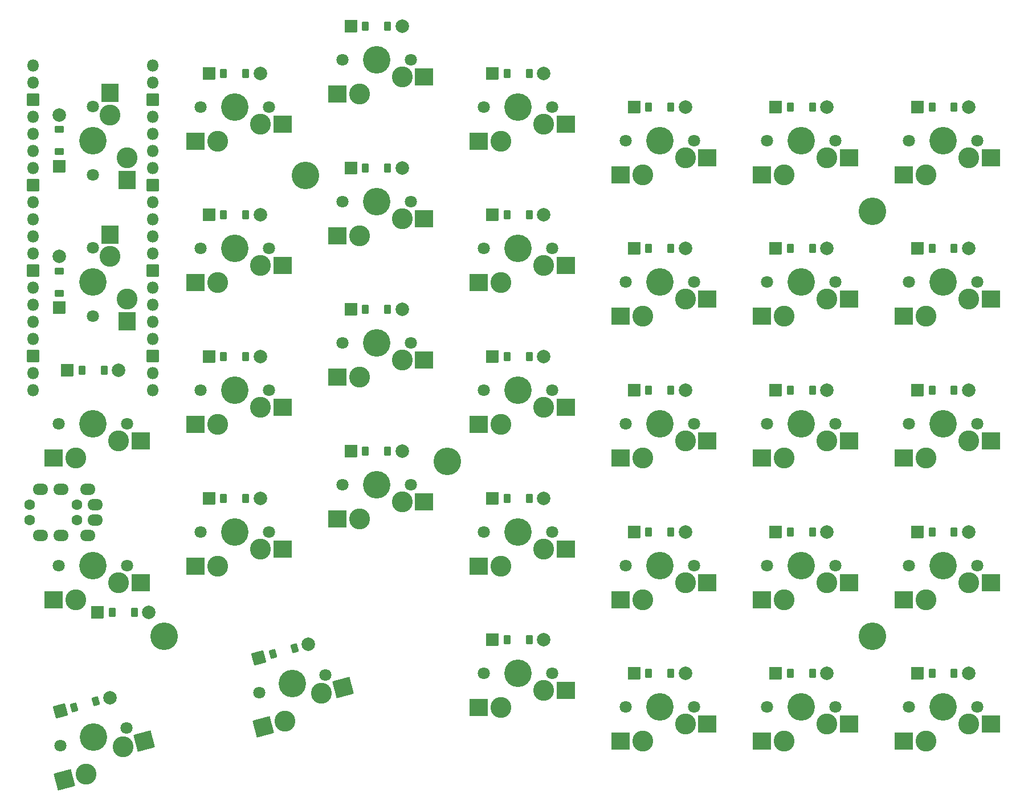
<source format=gbr>
%TF.GenerationSoftware,KiCad,Pcbnew,9.0.3-1.fc42*%
%TF.CreationDate,2025-08-09T15:11:44+02:00*%
%TF.ProjectId,right_traced,72696768-745f-4747-9261-6365642e6b69,v1.0.0*%
%TF.SameCoordinates,Original*%
%TF.FileFunction,Soldermask,Bot*%
%TF.FilePolarity,Negative*%
%FSLAX46Y46*%
G04 Gerber Fmt 4.6, Leading zero omitted, Abs format (unit mm)*
G04 Created by KiCad (PCBNEW 9.0.3-1.fc42) date 2025-08-09 15:11:44*
%MOMM*%
%LPD*%
G01*
G04 APERTURE LIST*
G04 Aperture macros list*
%AMRoundRect*
0 Rectangle with rounded corners*
0 $1 Rounding radius*
0 $2 $3 $4 $5 $6 $7 $8 $9 X,Y pos of 4 corners*
0 Add a 4 corners polygon primitive as box body*
4,1,4,$2,$3,$4,$5,$6,$7,$8,$9,$2,$3,0*
0 Add four circle primitives for the rounded corners*
1,1,$1+$1,$2,$3*
1,1,$1+$1,$4,$5*
1,1,$1+$1,$6,$7*
1,1,$1+$1,$8,$9*
0 Add four rect primitives between the rounded corners*
20,1,$1+$1,$2,$3,$4,$5,0*
20,1,$1+$1,$4,$5,$6,$7,0*
20,1,$1+$1,$6,$7,$8,$9,0*
20,1,$1+$1,$8,$9,$2,$3,0*%
G04 Aperture macros list end*
%ADD10C,1.801800*%
%ADD11C,3.100000*%
%ADD12C,4.087800*%
%ADD13RoundRect,0.050000X1.275000X1.250000X-1.275000X1.250000X-1.275000X-1.250000X1.275000X-1.250000X0*%
%ADD14RoundRect,0.050000X-0.889000X-0.889000X0.889000X-0.889000X0.889000X0.889000X-0.889000X0.889000X0*%
%ADD15RoundRect,0.050000X-0.450000X-0.600000X0.450000X-0.600000X0.450000X0.600000X-0.450000X0.600000X0*%
%ADD16C,2.005000*%
%ADD17RoundRect,0.050000X-0.628618X-1.088798X1.088798X-0.628618X0.628618X1.088798X-1.088798X0.628618X0*%
%ADD18RoundRect,0.050000X-0.279375X-0.696024X0.589958X-0.463087X0.279375X0.696024X-0.589958X0.463087X0*%
%ADD19RoundRect,0.050000X0.908032X1.537402X-1.555079X0.877413X-0.908032X-1.537402X1.555079X-0.877413X0*%
%ADD20C,1.600000*%
%ADD21O,2.300000X1.700000*%
%ADD22RoundRect,0.050000X0.889000X-0.889000X0.889000X0.889000X-0.889000X0.889000X-0.889000X-0.889000X0*%
%ADD23RoundRect,0.050000X0.600000X-0.450000X0.600000X0.450000X-0.600000X0.450000X-0.600000X-0.450000X0*%
%ADD24C,4.100000*%
%ADD25RoundRect,0.050000X-1.250000X1.275000X-1.250000X-1.275000X1.250000X-1.275000X1.250000X1.275000X0*%
%ADD26O,1.800000X1.800000*%
%ADD27RoundRect,0.050000X-0.850000X-0.850000X0.850000X-0.850000X0.850000X0.850000X-0.850000X0.850000X0*%
G04 APERTURE END LIST*
D10*
%TO.C,S18*%
X339280000Y-157900000D03*
D11*
X338010000Y-160440000D03*
D12*
X334200000Y-157900000D03*
D11*
X331660000Y-162980000D03*
D10*
X329120000Y-157900000D03*
D13*
X341285000Y-160440000D03*
X328358000Y-162980000D03*
%TD*%
D14*
%TO.C,D26*%
X372490000Y-152900000D03*
D15*
X374650000Y-152900000D03*
X377950000Y-152900000D03*
D16*
X380110000Y-152900000D03*
%TD*%
D10*
%TO.C,S27*%
X381380000Y-178950000D03*
D11*
X380110000Y-181490000D03*
D12*
X376300000Y-178950000D03*
D11*
X373760000Y-184030000D03*
D10*
X371220000Y-178950000D03*
D13*
X383385000Y-181490000D03*
X370458000Y-184030000D03*
%TD*%
D14*
%TO.C,D27*%
X372490000Y-131850000D03*
D15*
X374650000Y-131850000D03*
X377950000Y-131850000D03*
D16*
X380110000Y-131850000D03*
%TD*%
D17*
%TO.C,D29*%
X245120728Y-200586473D03*
D18*
X247207127Y-200027421D03*
X250394683Y-199173321D03*
D16*
X252481082Y-198614269D03*
%TD*%
D14*
%TO.C,D23*%
X351440000Y-110800000D03*
D15*
X353600000Y-110800000D03*
X356900000Y-110800000D03*
D16*
X359060000Y-110800000D03*
%TD*%
D14*
%TO.C,D4*%
X267240000Y-105800000D03*
D15*
X269400000Y-105800000D03*
X272700000Y-105800000D03*
D16*
X274860000Y-105800000D03*
%TD*%
D10*
%TO.C,S31*%
X255001903Y-203115199D03*
D11*
X254432578Y-205897351D03*
D12*
X250095000Y-204430000D03*
D11*
X248956349Y-209994304D03*
D10*
X245188097Y-205744801D03*
D19*
X257595985Y-205049719D03*
X245766862Y-210848924D03*
%TD*%
D14*
%TO.C,D1*%
X267240000Y-168950000D03*
D15*
X269400000Y-168950000D03*
X272700000Y-168950000D03*
D16*
X274860000Y-168950000D03*
%TD*%
D14*
%TO.C,D19*%
X351440000Y-195000000D03*
D15*
X353600000Y-195000000D03*
X356900000Y-195000000D03*
D16*
X359060000Y-195000000D03*
%TD*%
D10*
%TO.C,S24*%
X360330000Y-136850000D03*
D11*
X359060000Y-139390000D03*
D12*
X355250000Y-136850000D03*
D11*
X352710000Y-141930000D03*
D10*
X350170000Y-136850000D03*
D13*
X362335000Y-139390000D03*
X349408000Y-141930000D03*
%TD*%
D10*
%TO.C,S2*%
X255080000Y-157900000D03*
D11*
X253810000Y-160440000D03*
D12*
X250000000Y-157900000D03*
D11*
X247460000Y-162980000D03*
D10*
X244920000Y-157900000D03*
D13*
X257085000Y-160440000D03*
X244158000Y-162980000D03*
%TD*%
D10*
%TO.C,S1*%
X255080000Y-178950000D03*
D11*
X253810000Y-181490000D03*
D12*
X250000000Y-178950000D03*
D11*
X247460000Y-184030000D03*
D10*
X244920000Y-178950000D03*
D13*
X257085000Y-181490000D03*
X244158000Y-184030000D03*
%TD*%
D10*
%TO.C,S17*%
X339280000Y-178950000D03*
D11*
X338010000Y-181490000D03*
D12*
X334200000Y-178950000D03*
D11*
X331660000Y-184030000D03*
D10*
X329120000Y-178950000D03*
D13*
X341285000Y-181490000D03*
X328358000Y-184030000D03*
%TD*%
D10*
%TO.C,S25*%
X360330000Y-115800000D03*
D11*
X359060000Y-118340000D03*
D12*
X355250000Y-115800000D03*
D11*
X352710000Y-120880000D03*
D10*
X350170000Y-115800000D03*
D13*
X362335000Y-118340000D03*
X349408000Y-120880000D03*
%TD*%
D20*
%TO.C,TRRS1*%
X240600000Y-172200000D03*
X247600000Y-172200000D03*
X240600000Y-169900000D03*
X247600000Y-169900000D03*
D21*
X250300000Y-172200000D03*
X250300000Y-169900000D03*
X249200000Y-174500000D03*
X249200000Y-167600000D03*
X245200000Y-174500000D03*
X245200000Y-167600000D03*
X242200000Y-174500000D03*
X242200000Y-167600000D03*
%TD*%
D10*
%TO.C,S32*%
X284535085Y-195201807D03*
D11*
X283965760Y-197983959D03*
D12*
X279628182Y-196516608D03*
D11*
X278489531Y-202080912D03*
D10*
X274721279Y-197831409D03*
D19*
X287129167Y-197136327D03*
X275300044Y-202935532D03*
%TD*%
D10*
%TO.C,S12*%
X318230000Y-173950000D03*
D11*
X316960000Y-176490000D03*
D12*
X313150000Y-173950000D03*
D11*
X310610000Y-179030000D03*
D10*
X308070000Y-173950000D03*
D13*
X320235000Y-176490000D03*
X307308000Y-179030000D03*
%TD*%
D10*
%TO.C,S9*%
X297180000Y-124850000D03*
D11*
X295910000Y-127390000D03*
D12*
X292100000Y-124850000D03*
D11*
X289560000Y-129930000D03*
D10*
X287020000Y-124850000D03*
D13*
X299185000Y-127390000D03*
X286258000Y-129930000D03*
%TD*%
D14*
%TO.C,D11*%
X309340000Y-147900000D03*
D15*
X311500000Y-147900000D03*
X314800000Y-147900000D03*
D16*
X316960000Y-147900000D03*
%TD*%
D22*
%TO.C,D32*%
X245000000Y-119610000D03*
D23*
X245000000Y-117450000D03*
X245000000Y-114150000D03*
D16*
X245000000Y-111990000D03*
%TD*%
D10*
%TO.C,S8*%
X297180000Y-145900000D03*
D11*
X295910000Y-148440000D03*
D12*
X292100000Y-145900000D03*
D11*
X289560000Y-150980000D03*
D10*
X287020000Y-145900000D03*
D13*
X299185000Y-148440000D03*
X286258000Y-150980000D03*
%TD*%
D14*
%TO.C,D5*%
X288290000Y-161950000D03*
D15*
X290450000Y-161950000D03*
X293750000Y-161950000D03*
D16*
X295910000Y-161950000D03*
%TD*%
D14*
%TO.C,D8*%
X288290000Y-98800000D03*
D15*
X290450000Y-98800000D03*
X293750000Y-98800000D03*
D16*
X295910000Y-98800000D03*
%TD*%
D14*
%TO.C,D28*%
X372490000Y-110800000D03*
D15*
X374650000Y-110800000D03*
X377950000Y-110800000D03*
D16*
X380110000Y-110800000D03*
%TD*%
D24*
%TO.C,*%
X365775000Y-126325000D03*
%TD*%
D14*
%TO.C,D13*%
X309340000Y-105800000D03*
D15*
X311500000Y-105800000D03*
X314800000Y-105800000D03*
D16*
X316960000Y-105800000D03*
%TD*%
D10*
%TO.C,S28*%
X381380000Y-157900000D03*
D11*
X380110000Y-160440000D03*
D12*
X376300000Y-157900000D03*
D11*
X373760000Y-162980000D03*
D10*
X371220000Y-157900000D03*
D13*
X383385000Y-160440000D03*
X370458000Y-162980000D03*
%TD*%
D14*
%TO.C,D3*%
X267240000Y-126850000D03*
D15*
X269400000Y-126850000D03*
X272700000Y-126850000D03*
D16*
X274860000Y-126850000D03*
%TD*%
D10*
%TO.C,S19*%
X339280000Y-136850000D03*
D11*
X338010000Y-139390000D03*
D12*
X334200000Y-136850000D03*
D11*
X331660000Y-141930000D03*
D10*
X329120000Y-136850000D03*
D13*
X341285000Y-139390000D03*
X328358000Y-141930000D03*
%TD*%
D10*
%TO.C,S6*%
X276130000Y-110800000D03*
D11*
X274860000Y-113340000D03*
D12*
X271050000Y-110800000D03*
D11*
X268510000Y-115880000D03*
D10*
X265970000Y-110800000D03*
D13*
X278135000Y-113340000D03*
X265208000Y-115880000D03*
%TD*%
D14*
%TO.C,D18*%
X330390000Y-110800000D03*
D15*
X332550000Y-110800000D03*
X335850000Y-110800000D03*
D16*
X338010000Y-110800000D03*
%TD*%
D14*
%TO.C,D7*%
X288290000Y-119850000D03*
D15*
X290450000Y-119850000D03*
X293750000Y-119850000D03*
D16*
X295910000Y-119850000D03*
%TD*%
D24*
%TO.C,*%
X260525000Y-189475000D03*
%TD*%
D10*
%TO.C,S20*%
X339280000Y-115800000D03*
D11*
X338010000Y-118340000D03*
D12*
X334200000Y-115800000D03*
D11*
X331660000Y-120880000D03*
D10*
X329120000Y-115800000D03*
D13*
X341285000Y-118340000D03*
X328358000Y-120880000D03*
%TD*%
D24*
%TO.C,*%
X302625000Y-163500000D03*
%TD*%
D14*
%TO.C,D21*%
X351440000Y-152900000D03*
D15*
X353600000Y-152900000D03*
X356900000Y-152900000D03*
D16*
X359060000Y-152900000D03*
%TD*%
D10*
%TO.C,S14*%
X318230000Y-131850000D03*
D11*
X316960000Y-134390000D03*
D12*
X313150000Y-131850000D03*
D11*
X310610000Y-136930000D03*
D10*
X308070000Y-131850000D03*
D13*
X320235000Y-134390000D03*
X307308000Y-136930000D03*
%TD*%
D14*
%TO.C,D9*%
X309340000Y-190000000D03*
D15*
X311500000Y-190000000D03*
X314800000Y-190000000D03*
D16*
X316960000Y-190000000D03*
%TD*%
D10*
%TO.C,S34*%
X250000000Y-110720000D03*
D11*
X252540000Y-111990000D03*
D12*
X250000000Y-115800000D03*
D11*
X255080000Y-118340000D03*
D10*
X250000000Y-120880000D03*
D25*
X252540000Y-108715000D03*
X255080000Y-121642000D03*
%TD*%
D14*
%TO.C,D16*%
X330390000Y-152900000D03*
D15*
X332550000Y-152900000D03*
X335850000Y-152900000D03*
D16*
X338010000Y-152900000D03*
%TD*%
D26*
%TO.C,_1*%
X258890000Y-104670000D03*
X258890000Y-107210000D03*
D27*
X258890000Y-109750000D03*
D26*
X258890000Y-112290000D03*
X258890000Y-114830000D03*
X258890000Y-117370000D03*
X258890000Y-119910000D03*
D27*
X258890000Y-122450000D03*
D26*
X258890000Y-124990000D03*
X258890000Y-127530000D03*
X258890000Y-130070000D03*
X258890000Y-132610000D03*
D27*
X258890000Y-135150000D03*
D26*
X258890000Y-137690000D03*
X258890000Y-140230000D03*
X258890000Y-142770000D03*
X258890000Y-145310000D03*
D27*
X258890000Y-147850000D03*
D26*
X258890000Y-150390000D03*
X258890000Y-152930000D03*
X241110000Y-152930000D03*
X241110000Y-150390000D03*
D27*
X241110000Y-147850000D03*
D26*
X241110000Y-145310000D03*
X241110000Y-142770000D03*
X241110000Y-140230000D03*
X241110000Y-137690000D03*
D27*
X241110000Y-135150000D03*
D26*
X241110000Y-132610000D03*
X241110000Y-130070000D03*
X241110000Y-127530000D03*
X241110000Y-124990000D03*
D27*
X241110000Y-122450000D03*
D26*
X241110000Y-119910000D03*
X241110000Y-117370000D03*
X241110000Y-114830000D03*
X241110000Y-112290000D03*
D27*
X241110000Y-109750000D03*
D26*
X241110000Y-107210000D03*
X241110000Y-104670000D03*
%TD*%
D14*
%TO.C,D25*%
X372490000Y-173950000D03*
D15*
X374650000Y-173950000D03*
X377950000Y-173950000D03*
D16*
X380110000Y-173950000D03*
%TD*%
D22*
%TO.C,D31*%
X245000000Y-140660000D03*
D23*
X245000000Y-138500000D03*
X245000000Y-135200000D03*
D16*
X245000000Y-133040000D03*
%TD*%
D10*
%TO.C,S16*%
X339280000Y-200000000D03*
D11*
X338010000Y-202540000D03*
D12*
X334200000Y-200000000D03*
D11*
X331660000Y-205080000D03*
D10*
X329120000Y-200000000D03*
D13*
X341285000Y-202540000D03*
X328358000Y-205080000D03*
%TD*%
D14*
%TO.C,D15*%
X330390000Y-173950000D03*
D15*
X332550000Y-173950000D03*
X335850000Y-173950000D03*
D16*
X338010000Y-173950000D03*
%TD*%
D10*
%TO.C,S21*%
X360330000Y-200000000D03*
D11*
X359060000Y-202540000D03*
D12*
X355250000Y-200000000D03*
D11*
X352710000Y-205080000D03*
D10*
X350170000Y-200000000D03*
D13*
X362335000Y-202540000D03*
X349408000Y-205080000D03*
%TD*%
D10*
%TO.C,S5*%
X276130000Y-131850000D03*
D11*
X274860000Y-134390000D03*
D12*
X271050000Y-131850000D03*
D11*
X268510000Y-136930000D03*
D10*
X265970000Y-131850000D03*
D13*
X278135000Y-134390000D03*
X265208000Y-136930000D03*
%TD*%
D14*
%TO.C,D10*%
X309340000Y-168950000D03*
D15*
X311500000Y-168950000D03*
X314800000Y-168950000D03*
D16*
X316960000Y-168950000D03*
%TD*%
D14*
%TO.C,D12*%
X309340000Y-126850000D03*
D15*
X311500000Y-126850000D03*
X314800000Y-126850000D03*
D16*
X316960000Y-126850000D03*
%TD*%
D10*
%TO.C,S26*%
X381380000Y-200000000D03*
D11*
X380110000Y-202540000D03*
D12*
X376300000Y-200000000D03*
D11*
X373760000Y-205080000D03*
D10*
X371220000Y-200000000D03*
D13*
X383385000Y-202540000D03*
X370458000Y-205080000D03*
%TD*%
D10*
%TO.C,S7*%
X297180000Y-166950000D03*
D11*
X295910000Y-169490000D03*
D12*
X292100000Y-166950000D03*
D11*
X289560000Y-172030000D03*
D10*
X287020000Y-166950000D03*
D13*
X299185000Y-169490000D03*
X286258000Y-172030000D03*
%TD*%
D10*
%TO.C,S23*%
X360330000Y-157900000D03*
D11*
X359060000Y-160440000D03*
D12*
X355250000Y-157900000D03*
D11*
X352710000Y-162980000D03*
D10*
X350170000Y-157900000D03*
D13*
X362335000Y-160440000D03*
X349408000Y-162980000D03*
%TD*%
D14*
%TO.C,D33*%
X246190000Y-149900000D03*
D15*
X248350000Y-149900000D03*
X251650000Y-149900000D03*
D16*
X253810000Y-149900000D03*
%TD*%
D10*
%TO.C,S30*%
X381380000Y-115800000D03*
D11*
X380110000Y-118340000D03*
D12*
X376300000Y-115800000D03*
D11*
X373760000Y-120880000D03*
D10*
X371220000Y-115800000D03*
D13*
X383385000Y-118340000D03*
X370458000Y-120880000D03*
%TD*%
D10*
%TO.C,S29*%
X381380000Y-136850000D03*
D11*
X380110000Y-139390000D03*
D12*
X376300000Y-136850000D03*
D11*
X373760000Y-141930000D03*
D10*
X371220000Y-136850000D03*
D13*
X383385000Y-139390000D03*
X370458000Y-141930000D03*
%TD*%
D14*
%TO.C,D34*%
X250690000Y-185950000D03*
D15*
X252850000Y-185950000D03*
X256150000Y-185950000D03*
D16*
X258310000Y-185950000D03*
%TD*%
D10*
%TO.C,S10*%
X297180000Y-103800000D03*
D11*
X295910000Y-106340000D03*
D12*
X292100000Y-103800000D03*
D11*
X289560000Y-108880000D03*
D10*
X287020000Y-103800000D03*
D13*
X299185000Y-106340000D03*
X286258000Y-108880000D03*
%TD*%
D10*
%TO.C,S4*%
X276130000Y-152900000D03*
D11*
X274860000Y-155440000D03*
D12*
X271050000Y-152900000D03*
D11*
X268510000Y-157980000D03*
D10*
X265970000Y-152900000D03*
D13*
X278135000Y-155440000D03*
X265208000Y-157980000D03*
%TD*%
D14*
%TO.C,D6*%
X288290000Y-140900000D03*
D15*
X290450000Y-140900000D03*
X293750000Y-140900000D03*
D16*
X295910000Y-140900000D03*
%TD*%
D10*
%TO.C,S11*%
X318230000Y-195000000D03*
D11*
X316960000Y-197540000D03*
D12*
X313150000Y-195000000D03*
D11*
X310610000Y-200080000D03*
D10*
X308070000Y-195000000D03*
D13*
X320235000Y-197540000D03*
X307308000Y-200080000D03*
%TD*%
D10*
%TO.C,S22*%
X360330000Y-178950000D03*
D11*
X359060000Y-181490000D03*
D12*
X355250000Y-178950000D03*
D11*
X352710000Y-184030000D03*
D10*
X350170000Y-178950000D03*
D13*
X362335000Y-181490000D03*
X349408000Y-184030000D03*
%TD*%
D17*
%TO.C,D30*%
X274653910Y-192673081D03*
D18*
X276740309Y-192114029D03*
X279927865Y-191259929D03*
D16*
X282014264Y-190700877D03*
%TD*%
D24*
%TO.C,*%
X365775000Y-189475000D03*
%TD*%
D10*
%TO.C,S13*%
X318230000Y-152900000D03*
D11*
X316960000Y-155440000D03*
D12*
X313150000Y-152900000D03*
D11*
X310610000Y-157980000D03*
D10*
X308070000Y-152900000D03*
D13*
X320235000Y-155440000D03*
X307308000Y-157980000D03*
%TD*%
D14*
%TO.C,D14*%
X330390000Y-195000000D03*
D15*
X332550000Y-195000000D03*
X335850000Y-195000000D03*
D16*
X338010000Y-195000000D03*
%TD*%
D14*
%TO.C,D2*%
X267240000Y-147900000D03*
D15*
X269400000Y-147900000D03*
X272700000Y-147900000D03*
D16*
X274860000Y-147900000D03*
%TD*%
D24*
%TO.C,*%
X281575000Y-121000000D03*
%TD*%
D14*
%TO.C,D22*%
X351440000Y-131850000D03*
D15*
X353600000Y-131850000D03*
X356900000Y-131850000D03*
D16*
X359060000Y-131850000D03*
%TD*%
D14*
%TO.C,D20*%
X351440000Y-173950000D03*
D15*
X353600000Y-173950000D03*
X356900000Y-173950000D03*
D16*
X359060000Y-173950000D03*
%TD*%
D10*
%TO.C,S15*%
X318230000Y-110800000D03*
D11*
X316960000Y-113340000D03*
D12*
X313150000Y-110800000D03*
D11*
X310610000Y-115880000D03*
D10*
X308070000Y-110800000D03*
D13*
X320235000Y-113340000D03*
X307308000Y-115880000D03*
%TD*%
D14*
%TO.C,D24*%
X372490000Y-195000000D03*
D15*
X374650000Y-195000000D03*
X377950000Y-195000000D03*
D16*
X380110000Y-195000000D03*
%TD*%
D10*
%TO.C,S33*%
X250000000Y-131770000D03*
D11*
X252540000Y-133040000D03*
D12*
X250000000Y-136850000D03*
D11*
X255080000Y-139390000D03*
D10*
X250000000Y-141930000D03*
D25*
X252540000Y-129765000D03*
X255080000Y-142692000D03*
%TD*%
D14*
%TO.C,D17*%
X330390000Y-131850000D03*
D15*
X332550000Y-131850000D03*
X335850000Y-131850000D03*
D16*
X338010000Y-131850000D03*
%TD*%
D10*
%TO.C,S3*%
X276130000Y-173950000D03*
D11*
X274860000Y-176490000D03*
D12*
X271050000Y-173950000D03*
D11*
X268510000Y-179030000D03*
D10*
X265970000Y-173950000D03*
D13*
X278135000Y-176490000D03*
X265208000Y-179030000D03*
%TD*%
M02*

</source>
